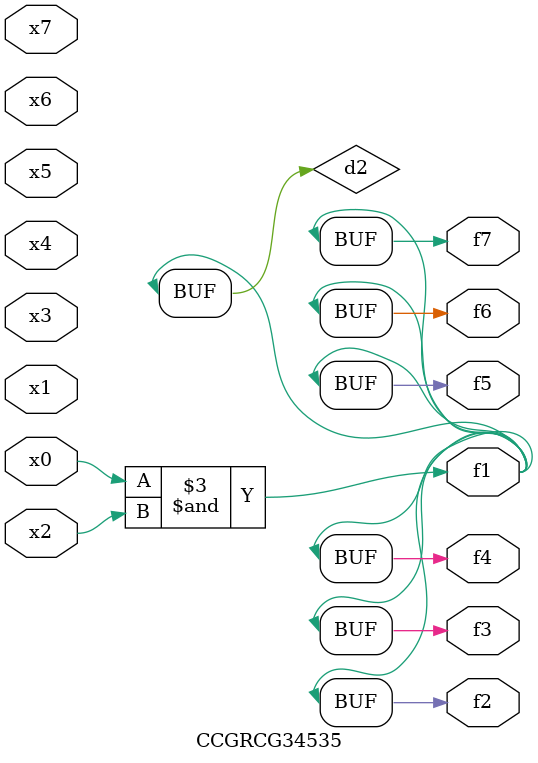
<source format=v>
module CCGRCG34535(
	input x0, x1, x2, x3, x4, x5, x6, x7,
	output f1, f2, f3, f4, f5, f6, f7
);

	wire d1, d2;

	nor (d1, x3, x6);
	and (d2, x0, x2);
	assign f1 = d2;
	assign f2 = d2;
	assign f3 = d2;
	assign f4 = d2;
	assign f5 = d2;
	assign f6 = d2;
	assign f7 = d2;
endmodule

</source>
